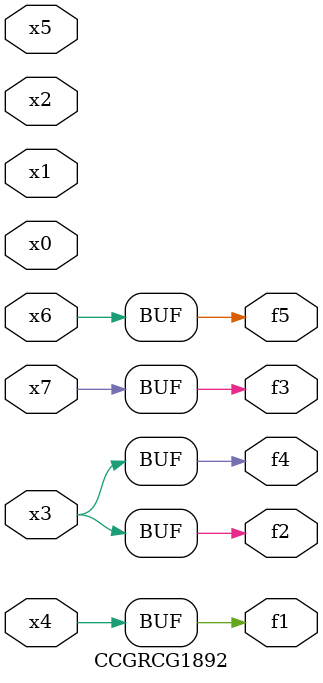
<source format=v>
module CCGRCG1892(
	input x0, x1, x2, x3, x4, x5, x6, x7,
	output f1, f2, f3, f4, f5
);
	assign f1 = x4;
	assign f2 = x3;
	assign f3 = x7;
	assign f4 = x3;
	assign f5 = x6;
endmodule

</source>
